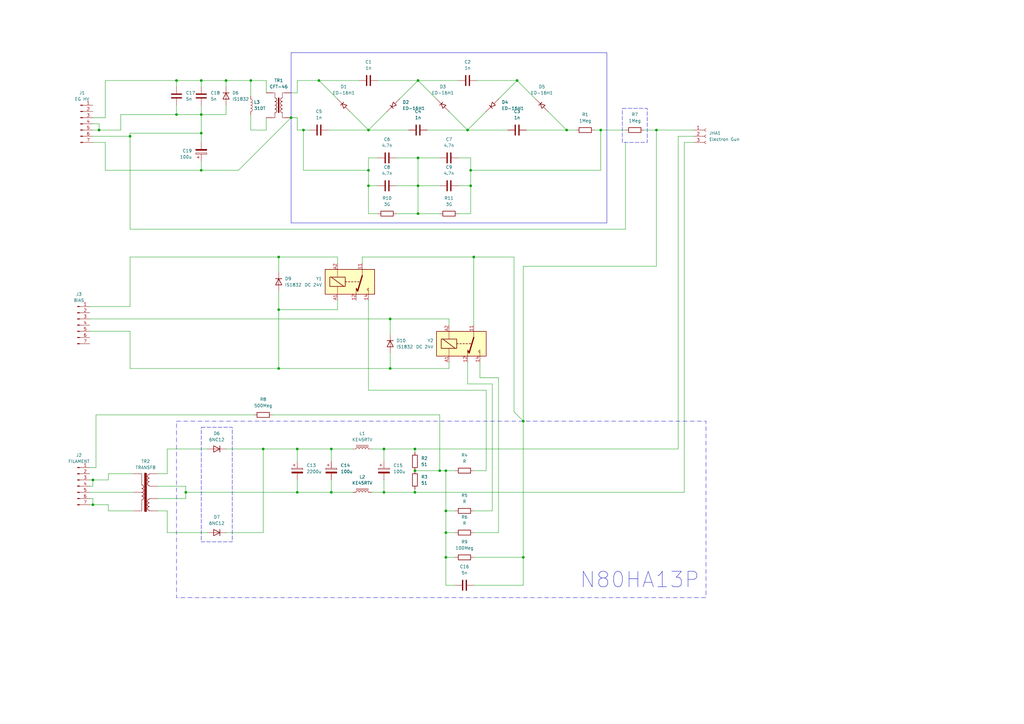
<source format=kicad_sch>
(kicad_sch (version 20250114) (generator "eeschema") (generator_version "9.0")
  (paper "A3")
  (title_block (title "N80HA13 Oil Filled High Voltage Unit") (date "2025-08-02") (rev "1"))
  (lib_symbols
    (symbol "Connector:Conn_01x03_Socket" (pin_names (offset 1.016) (hide yes))
      (property "Reference" "J" (at 0 5.08 0))
      (property "Value" "Conn_01x03_Socket" (at 0 -5.08 0))
      (symbol "Conn_01x03_Socket_1_1"
        (polyline (pts (xy -1.27 2.54) (xy -0.508 2.54)) (stroke (width 0.1524)))
        (polyline (pts (xy -1.27 0) (xy -0.508 0)) (stroke (width 0.1524)))
        (polyline (pts (xy -1.27 -2.54) (xy -0.508 -2.54)) (stroke (width 0.1524)))
        (arc (start 0 2.032) (mid -0.5058 2.54) (end 0 3.048) (stroke (width 0.1524)))
        (arc (start 0 -0.508) (mid -0.5058 0) (end 0 0.508) (stroke (width 0.1524)))
        (arc (start 0 -3.048) (mid -0.5058 -2.54) (end 0 -2.032) (stroke (width 0.1524)))
        (pin passive line (at -5.08 2.54 0) (length 3.81) (name "Pin_1") (number "1"))
        (pin passive line (at -5.08 0 0) (length 3.81) (name "Pin_2") (number "2"))
        (pin passive line (at -5.08 -2.54 0) (length 3.81) (name "Pin_3") (number "3"))
      )
    )
    (symbol "Connector:Conn_01x07_Pin" (pin_names (offset 1.016) (hide yes))
      (property "Reference" "J" (at 0 10.16 0))
      (property "Value" "Conn_01x07_Pin" (at 0 -10.16 0))
      (symbol "Conn_01x07_Pin_1_1"
        (rectangle (start 0.8636 7.747) (end 0 7.493) (stroke (width 0.1524)) (fill (type outline)))
        (rectangle (start 0.8636 5.207) (end 0 4.953) (stroke (width 0.1524)) (fill (type outline)))
        (rectangle (start 0.8636 2.667) (end 0 2.413) (stroke (width 0.1524)) (fill (type outline)))
        (rectangle (start 0.8636 0.127) (end 0 -0.127) (stroke (width 0.1524)) (fill (type outline)))
        (rectangle (start 0.8636 -2.413) (end 0 -2.667) (stroke (width 0.1524)) (fill (type outline)))
        (rectangle (start 0.8636 -4.953) (end 0 -5.207) (stroke (width 0.1524)) (fill (type outline)))
        (rectangle (start 0.8636 -7.493) (end 0 -7.747) (stroke (width 0.1524)) (fill (type outline)))
        (polyline (pts (xy 1.27 7.62) (xy 0.8636 7.62)) (stroke (width 0.1524)))
        (polyline (pts (xy 1.27 5.08) (xy 0.8636 5.08)) (stroke (width 0.1524)))
        (polyline (pts (xy 1.27 2.54) (xy 0.8636 2.54)) (stroke (width 0.1524)))
        (polyline (pts (xy 1.27 0) (xy 0.8636 0)) (stroke (width 0.1524)))
        (polyline (pts (xy 1.27 -2.54) (xy 0.8636 -2.54)) (stroke (width 0.1524)))
        (polyline (pts (xy 1.27 -5.08) (xy 0.8636 -5.08)) (stroke (width 0.1524)))
        (polyline (pts (xy 1.27 -7.62) (xy 0.8636 -7.62)) (stroke (width 0.1524)))
        (pin passive line (at 5.08 7.62 180) (length 3.81) (name "Pin_1") (number "1"))
        (pin passive line (at 5.08 5.08 180) (length 3.81) (name "Pin_2") (number "2"))
        (pin passive line (at 5.08 2.54 180) (length 3.81) (name "Pin_3") (number "3"))
        (pin passive line (at 5.08 0 180) (length 3.81) (name "Pin_4") (number "4"))
        (pin passive line (at 5.08 -2.54 180) (length 3.81) (name "Pin_5") (number "5"))
        (pin passive line (at 5.08 -5.08 180) (length 3.81) (name "Pin_6") (number "6"))
        (pin passive line (at 5.08 -7.62 180) (length 3.81) (name "Pin_7") (number "7"))
      )
    )
    (symbol "Device:C" (pin_numbers (hide yes)) (pin_names (offset 0.254))
      (property "Reference" "C" (at 0.635 2.54 0))
      (property "Value" "C" (at 0.635 -2.54 0))
      (symbol "C_0_1"
        (polyline (pts (xy -2.032 0.762) (xy 2.032 0.762)) (stroke (width 0.508)))
        (polyline (pts (xy -2.032 -0.762) (xy 2.032 -0.762)) (stroke (width 0.508)))
      )
      (symbol "C_1_1"
        (pin passive line (at 0 3.81 270) (length 2.794) (name "~") (number "1"))
        (pin passive line (at 0 -3.81 90) (length 2.794) (name "~") (number "2"))
      )
    )
    (symbol "Device:C_Polarized" (pin_numbers (hide yes)) (pin_names (offset 0.254))
      (property "Reference" "C" (at 0.635 2.54 0))
      (property "Value" "C_Polarized" (at 0.635 -2.54 0))
      (symbol "C_Polarized_0_1"
        (rectangle (start -2.286 0.508) (end 2.286 1.016))
        (polyline (pts (xy -1.778 2.286) (xy -0.762 2.286)))
        (polyline (pts (xy -1.27 2.794) (xy -1.27 1.778)))
        (rectangle (start 2.286 -0.508) (end -2.286 -1.016) (fill (type outline)))
      )
      (symbol "C_Polarized_1_1"
        (pin passive line (at 0 3.81 270) (length 2.794) (name "~") (number "1"))
        (pin passive line (at 0 -3.81 90) (length 2.794) (name "~") (number "2"))
      )
    )
    (symbol "Device:D" (pin_numbers (hide yes)) (pin_names (offset 1.016) (hide yes))
      (property "Reference" "D" (at 0 2.54 0))
      (property "Value" "D" (at 0 -2.54 0))
      (symbol "D_0_1"
        (polyline (pts (xy -1.27 1.27) (xy -1.27 -1.27)) (stroke (width 0.254)))
        (polyline (pts (xy 1.27 1.27) (xy 1.27 -1.27) (xy -1.27 0) (xy 1.27 1.27)) (stroke (width 0.254)))
        (polyline (pts (xy 1.27 0) (xy -1.27 0)))
      )
      (symbol "D_1_1"
        (pin passive line (at -3.81 0 0) (length 2.54) (name "K") (number "1"))
        (pin passive line (at 3.81 0 180) (length 2.54) (name "A") (number "2"))
      )
    )
    (symbol "Device:D_45deg" (pin_numbers (hide yes)) (pin_names (offset 0) (hide yes))
      (property "Reference" "D" (at 1.27 2.54 0))
      (property "Value" "D_45deg" (at 1.27 0 0))
      (symbol "D_45deg_0_1"
        (polyline (pts (xy -1.27 0) (xy 0 1.27) (xy 0.635 -0.635) (xy -1.27 0)) (stroke (width 0.254)))
        (polyline (pts (xy -0.635 0.635) (xy -2.54 2.54)))
        (polyline (pts (xy 0 -1.27) (xy 1.27 0)) (stroke (width 0.254)))
        (polyline (pts (xy 2.54 -2.54) (xy 0.635 -0.635)))
      )
      (symbol "D_45deg_1_1"
        (pin passive line (at -2.54 2.54 0) (length 0) (name "A") (number "2"))
        (pin passive line (at 2.54 -2.54 180) (length 0) (name "K") (number "1"))
      )
    )
    (symbol "Device:L" (pin_numbers (hide yes)) (pin_names (offset 1.016) (hide yes))
      (property "Reference" "L" (at -1.27 0 90))
      (property "Value" "L" (at 1.905 0 90))
      (symbol "L_0_1"
        (arc (start 0 2.54) (mid 0.6323 1.905) (end 0 1.27))
        (arc (start 0 1.27) (mid 0.6323 0.635) (end 0 0))
        (arc (start 0 0) (mid 0.6323 -0.635) (end 0 -1.27))
        (arc (start 0 -1.27) (mid 0.6323 -1.905) (end 0 -2.54))
      )
      (symbol "L_1_1"
        (pin passive line (at 0 3.81 270) (length 1.27) (name "1") (number "1"))
        (pin passive line (at 0 -3.81 90) (length 1.27) (name "2") (number "2"))
      )
    )
    (symbol "Device:L_Iron" (pin_numbers (hide yes)) (pin_names (offset 1.016) (hide yes))
      (property "Reference" "L" (at -1.27 0 90))
      (property "Value" "L_Iron" (at 2.794 0 90))
      (symbol "L_Iron_0_1"
        (arc (start 0 2.54) (mid 0.6323 1.905) (end 0 1.27))
        (arc (start 0 1.27) (mid 0.6323 0.635) (end 0 0))
        (arc (start 0 0) (mid 0.6323 -0.635) (end 0 -1.27))
        (arc (start 0 -1.27) (mid 0.6323 -1.905) (end 0 -2.54))
        (polyline (pts (xy 1.016 2.54) (xy 1.016 -2.54)))
        (polyline (pts (xy 1.524 -2.54) (xy 1.524 2.54)))
      )
      (symbol "L_Iron_1_1"
        (pin passive line (at 0 3.81 270) (length 1.27) (name "1") (number "1"))
        (pin passive line (at 0 -3.81 90) (length 1.27) (name "2") (number "2"))
      )
    )
    (symbol "Device:R" (pin_numbers (hide yes)) (pin_names (offset 0))
      (property "Reference" "R" (at 2.032 0 90))
      (property "Value" "R" (at 0 0 90))
      (symbol "R_0_1"
        (rectangle (start -1.016 -2.54) (end 1.016 2.54) (stroke (width 0.254)))
      )
      (symbol "R_1_1"
        (pin passive line (at 0 3.81 270) (length 1.27) (name "~") (number "1"))
        (pin passive line (at 0 -3.81 90) (length 1.27) (name "~") (number "2"))
      )
    )
    (symbol "Relay:Relay_SPDT"
      (property "Reference" "K" (at 11.43 3.81 0))
      (property "Value" "Relay_SPDT" (at 11.43 1.27 0))
      (symbol "Relay_SPDT_0_0"
        (polyline (pts (xy 7.62 5.08) (xy 7.62 2.54) (xy 6.985 3.175) (xy 7.62 3.81)))
      )
      (symbol "Relay_SPDT_0_1"
        (rectangle (start -10.16 5.08) (end 10.16 -5.08) (stroke (width 0.254)) (fill (type background)))
        (rectangle (start -8.255 1.905) (end -1.905 -1.905) (stroke (width 0.254)))
        (polyline (pts (xy -7.62 -1.905) (xy -2.54 1.905)) (stroke (width 0.254)))
        (polyline (pts (xy -5.08 5.08) (xy -5.08 1.905)))
        (polyline (pts (xy -5.08 -5.08) (xy -5.08 -1.905)))
        (polyline (pts (xy -1.905 0) (xy -1.27 0)) (stroke (width 0.254)))
        (polyline (pts (xy -0.635 0) (xy 0 0)) (stroke (width 0.254)))
        (polyline (pts (xy 0.635 0) (xy 1.27 0)) (stroke (width 0.254)))
        (polyline (pts (xy 1.905 0) (xy 2.54 0)) (stroke (width 0.254)))
        (polyline (pts (xy 2.54 5.08) (xy 2.54 2.54) (xy 3.175 3.175) (xy 2.54 3.81)) (fill (type outline)))
        (polyline (pts (xy 3.175 0) (xy 3.81 0)) (stroke (width 0.254)))
        (polyline (pts (xy 5.08 -2.54) (xy 3.175 3.81)) (stroke (width 0.508)))
        (polyline (pts (xy 5.08 -2.54) (xy 5.08 -5.08)))
      )
      (symbol "Relay_SPDT_1_1"
        (pin passive line (at -5.08 7.62 270) (length 2.54) (name "~") (number "A1"))
        (pin passive line (at -5.08 -7.62 90) (length 2.54) (name "~") (number "A2"))
        (pin passive line (at 2.54 7.62 270) (length 2.54) (name "~") (number "12"))
        (pin passive line (at 5.08 -7.62 90) (length 2.54) (name "~") (number "11"))
        (pin passive line (at 7.62 7.62 270) (length 2.54) (name "~") (number "14"))
      )
    )
    (symbol "Transformer:TRANSF1" (pin_numbers (hide yes)) (pin_names (offset 0))
      (property "Reference" "TR" (at 0 6.35 0))
      (property "Value" "TRANSF1" (at 0 -6.35 0))
      (symbol "TRANSF1_0_1"
        (polyline (pts (xy -2.54 5.08) (xy -1.524 5.08) (xy -1.524 3.048)) (stroke (width 0.1524)))
        (arc (start -1.524 3.048) (mid -0.7653 2.286) (end -1.524 1.524) (stroke (width 0.2032)))
        (arc (start -1.524 1.524) (mid -0.7653 0.762) (end -1.524 0) (stroke (width 0.2032)))
        (arc (start -1.524 0) (mid -0.7653 -0.762) (end -1.524 -1.524) (stroke (width 0.2032)))
        (arc (start -1.524 -1.524) (mid -0.7653 -2.286) (end -1.524 -3.048) (stroke (width 0.2032)))
        (polyline (pts (xy -1.524 -3.048) (xy -1.524 -5.08) (xy -2.54 -5.08)) (stroke (width 0.1524)))
        (rectangle (start -0.254 3.048) (end 0.254 -3.048) (stroke (width 0.0254)) (fill (type outline)))
        (polyline (pts (xy 1.524 3.048) (xy 1.524 5.08) (xy 2.54 5.08)) (stroke (width 0.1524)))
        (arc (start 1.524 1.524) (mid 0.7653 2.286) (end 1.524 3.048) (stroke (width 0.2032)))
        (arc (start 1.524 0) (mid 0.7653 0.762) (end 1.524 1.524) (stroke (width 0.2032)))
        (arc (start 1.524 -1.524) (mid 0.7653 -0.762) (end 1.524 0) (stroke (width 0.2032)))
        (arc (start 1.524 -3.048) (mid 0.7653 -2.286) (end 1.524 -1.524) (stroke (width 0.2032)))
        (polyline (pts (xy 2.54 -5.08) (xy 1.524 -5.08) (xy 1.524 -3.048)) (stroke (width 0.1524)))
      )
      (symbol "TRANSF1_1_1"
        (pin passive line (at -5.08 5.08 0) (length 2.54) (name "~") (number "1"))
        (pin passive line (at -5.08 -5.08 0) (length 2.54) (name "~") (number "2"))
        (pin passive line (at 5.08 5.08 180) (length 2.54) (name "~") (number "4"))
        (pin passive line (at 5.08 -5.08 180) (length 2.54) (name "~") (number "3"))
      )
    )
    (symbol "Transformer:TRANSF8" (pin_numbers (hide yes)) (pin_names (offset 0))
      (property "Reference" "TR" (at 0 8.89 0))
      (property "Value" "TRANSF8" (at 0 -8.89 0))
      (symbol "TRANSF8_0_1"
        (polyline (pts (xy -2.54 7.62) (xy -1.524 7.62) (xy -1.524 3.048)))
        (polyline (pts (xy -2.54 -7.62) (xy -1.524 -7.62) (xy -1.524 -3.048)))
        (arc (start -1.524 3.048) (mid -0.7653 2.286) (end -1.524 1.524) (stroke (width 0.2032)))
        (arc (start -1.524 1.524) (mid -0.7653 0.762) (end -1.524 0) (stroke (width 0.2032)))
        (arc (start -1.524 0) (mid -0.7653 -0.762) (end -1.524 -1.524) (stroke (width 0.2032)))
        (arc (start -1.524 -1.524) (mid -0.7653 -2.286) (end -1.524 -3.048) (stroke (width 0.2032)))
        (polyline (pts (xy -1.524 0) (xy -2.54 0)) (fill (type outline)))
        (rectangle (start -0.254 7.747) (end 0.254 -7.747) (stroke (width 0.508)) (fill (type outline)))
        (polyline (pts (xy 1.524 7.62) (xy 1.524 7.366)) (fill (type outline)))
        (polyline (pts (xy 1.524 7.62) (xy 2.54 7.62)))
        (polyline (pts (xy 1.524 2.54) (xy 1.524 2.794)) (fill (type outline)))
        (polyline (pts (xy 1.524 2.54) (xy 2.54 2.54)))
        (polyline (pts (xy 1.524 -2.54) (xy 1.524 -2.794)) (fill (type outline)))
        (polyline (pts (xy 1.524 -2.54) (xy 2.54 -2.54)))
        (polyline (pts (xy 1.524 -7.366) (xy 1.524 -7.62)) (fill (type outline)))
        (arc (start 1.524 5.842) (mid 0.7653 6.604) (end 1.524 7.366) (stroke (width 0.2032)))
        (arc (start 1.524 4.318) (mid 0.7653 5.08) (end 1.524 5.842) (stroke (width 0.2032)))
        (arc (start 1.524 2.794) (mid 0.7653 3.556) (end 1.524 4.318) (stroke (width 0.2032)))
        (arc (start 1.524 -4.318) (mid 0.7653 -3.556) (end 1.524 -2.794) (stroke (width 0.2032)))
        (arc (start 1.524 -5.842) (mid 0.7653 -5.08) (end 1.524 -4.318) (stroke (width 0.2032)))
        (arc (start 1.524 -7.366) (mid 0.7653 -6.604) (end 1.524 -5.842) (stroke (width 0.2032)))
        (polyline (pts (xy 2.54 -7.62) (xy 1.524 -7.62)))
      )
      (symbol "TRANSF8_1_1"
        (pin passive line (at -5.08 7.62 0) (length 2.54) (name "~") (number "1"))
        (pin passive line (at -5.08 0 0) (length 2.54) (name "~") (number "2"))
        (pin passive line (at -5.08 -7.62 0) (length 2.54) (name "~") (number "3"))
        (pin passive line (at 5.08 7.62 180) (length 2.54) (name "~") (number "4"))
        (pin passive line (at 5.08 2.54 180) (length 2.54) (name "~") (number "5"))
        (pin passive line (at 5.08 -2.54 180) (length 2.54) (name "~") (number "6"))
        (pin passive line (at 5.08 -7.62 180) (length 2.54) (name "~") (number "7"))
      )
    )
  )
  (rectangle (start 82.55 175.26) (end 95.25 222.25) (stroke (width 0) (type dash)))
  (rectangle (start 119.38 21.59) (end 248.92 91.44))
  (rectangle (start 72.39 172.72) (end 289.56 245.11) (stroke (width 0) (type dash_dot)))
  (rectangle (start 255.27 44.45) (end 265.43 58.42) (stroke (width 0) (type dash)))
  (text "N80HA13P" (at 262.382 237.998 0) (effects (font (size 6.35 6.35))))
  (junction (at 157.48 184.15))
  (junction (at 72.39 46.99))
  (junction (at 232.41 53.34))
  (junction (at 82.55 33.02))
  (junction (at 214.63 172.72))
  (junction (at 180.34 193.04))
  (junction (at 182.88 209.55))
  (junction (at 193.04 76.2))
  (junction (at 269.24 53.34))
  (junction (at 193.04 69.85))
  (junction (at 182.88 228.6))
  (junction (at 191.77 53.34))
  (junction (at 151.13 69.85))
  (junction (at 121.92 201.93))
  (junction (at 53.34 55.88))
  (junction (at 124.46 53.34))
  (junction (at 182.88 218.44))
  (junction (at 135.89 184.15))
  (junction (at 76.2 201.93))
  (junction (at 246.38 53.34))
  (junction (at 160.02 130.81))
  (junction (at 72.39 33.02))
  (junction (at 135.89 201.93))
  (junction (at 38.1 196.85))
  (junction (at 102.87 33.02))
  (junction (at 114.3 127))
  (junction (at 151.13 76.2))
  (junction (at 170.18 193.04))
  (junction (at 171.45 64.77))
  (junction (at 92.71 33.02))
  (junction (at 121.92 184.15))
  (junction (at 214.63 228.6))
  (junction (at 171.45 87.63))
  (junction (at 38.1 207.01))
  (junction (at 194.31 105.41))
  (junction (at 82.55 46.99))
  (junction (at 82.55 69.85))
  (junction (at 107.95 184.15))
  (junction (at 157.48 201.93))
  (junction (at 82.55 54.61))
  (junction (at 170.18 184.15))
  (junction (at 119.38 48.26))
  (junction (at 114.3 151.13))
  (junction (at 40.64 53.34))
  (junction (at 212.09 33.02))
  (junction (at 182.88 193.04))
  (junction (at 171.45 33.02))
  (junction (at 171.45 76.2))
  (junction (at 170.18 201.93))
  (junction (at 151.13 53.34))
  (junction (at 130.81 33.02))
  (junction (at 160.02 151.13))
  (junction (at 114.3 105.41))
  (wire (pts (xy 43.18 58.42) (xy 43.18 69.85)))
  (wire (pts (xy 194.31 105.41) (xy 210.82 105.41)))
  (wire (pts (xy 264.16 53.34) (xy 269.24 53.34)))
  (wire (pts (xy 76.2 201.93) (xy 76.2 204.47)))
  (wire (pts (xy 44.45 196.85) (xy 44.45 194.31)))
  (wire (pts (xy 152.4 184.15) (xy 157.48 184.15)))
  (wire (pts (xy 184.15 130.81) (xy 184.15 133.35)))
  (wire (pts (xy 157.48 201.93) (xy 170.18 201.93)))
  (wire (pts (xy 151.13 64.77) (xy 154.94 64.77)))
  (wire (pts (xy 102.87 46.99) (xy 102.87 53.34)))
  (wire (pts (xy 195.58 33.02) (xy 212.09 33.02)))
  (wire (pts (xy 162.56 64.77) (xy 171.45 64.77)))
  (wire (pts (xy 191.77 53.34) (xy 208.28 53.34)))
  (wire (pts (xy 201.93 209.55) (xy 194.31 209.55)))
  (wire (pts (xy 204.47 154.94) (xy 204.47 218.44)))
  (wire (pts (xy 111.76 170.18) (xy 180.34 170.18)))
  (wire (pts (xy 43.18 48.26) (xy 43.18 33.02)))
  (wire (pts (xy 175.26 53.34) (xy 191.77 53.34)))
  (wire (pts (xy 204.47 40.64) (xy 212.09 33.02)))
  (wire (pts (xy 278.13 184.15) (xy 278.13 55.88)))
  (wire (pts (xy 49.53 53.34) (xy 49.53 46.99)))
  (wire (pts (xy 38.1 204.47) (xy 38.1 207.01)))
  (wire (pts (xy 135.89 184.15) (xy 135.89 189.23)))
  (wire (pts (xy 82.55 46.99) (xy 82.55 54.61)))
  (wire (pts (xy 152.4 201.93) (xy 157.48 201.93)))
  (wire (pts (xy 196.85 148.59) (xy 196.85 154.94)))
  (wire (pts (xy 186.69 240.03) (xy 182.88 240.03)))
  (wire (pts (xy 215.9 53.34) (xy 232.41 53.34)))
  (wire (pts (xy 44.45 209.55) (xy 54.61 209.55)))
  (wire (pts (xy 151.13 76.2) (xy 151.13 87.63)))
  (wire (pts (xy 40.64 53.34) (xy 49.53 53.34)))
  (wire (pts (xy 143.51 45.72) (xy 151.13 53.34)))
  (wire (pts (xy 182.88 228.6) (xy 182.88 218.44)))
  (wire (pts (xy 256.54 58.42) (xy 256.54 93.98)))
  (wire (pts (xy 171.45 76.2) (xy 171.45 87.63)))
  (wire (pts (xy 72.39 35.56) (xy 72.39 33.02)))
  (wire (pts (xy 102.87 33.02) (xy 109.22 33.02)))
  (wire (pts (xy 43.18 33.02) (xy 72.39 33.02)))
  (wire (pts (xy 92.71 43.18) (xy 92.71 46.99)))
  (wire (pts (xy 53.34 125.73) (xy 53.34 105.41)))
  (wire (pts (xy 53.34 135.89) (xy 36.83 135.89)))
  (wire (pts (xy 124.46 53.34) (xy 124.46 69.85)))
  (wire (pts (xy 53.34 54.61) (xy 53.34 55.88)))
  (wire (pts (xy 36.83 201.93) (xy 54.61 201.93)))
  (wire (pts (xy 36.83 130.81) (xy 160.02 130.81)))
  (wire (pts (xy 246.38 53.34) (xy 246.38 69.85)))
  (wire (pts (xy 121.92 201.93) (xy 135.89 201.93)))
  (wire (pts (xy 114.3 105.41) (xy 138.43 105.41)))
  (wire (pts (xy 38.1 55.88) (xy 53.34 55.88)))
  (wire (pts (xy 199.39 45.72) (xy 191.77 53.34)))
  (wire (pts (xy 82.55 43.18) (xy 82.55 46.99)))
  (wire (pts (xy 38.1 58.42) (xy 43.18 58.42)))
  (wire (pts (xy 246.38 53.34) (xy 256.54 53.34)))
  (wire (pts (xy 124.46 69.85) (xy 151.13 69.85)))
  (wire (pts (xy 121.92 196.85) (xy 121.92 201.93)))
  (wire (pts (xy 191.77 157.48) (xy 201.93 157.48)))
  (wire (pts (xy 68.58 194.31) (xy 68.58 184.15)))
  (wire (pts (xy 102.87 33.02) (xy 102.87 39.37)))
  (wire (pts (xy 160.02 151.13) (xy 114.3 151.13)))
  (wire (pts (xy 82.55 69.85) (xy 97.79 69.85)))
  (wire (pts (xy 194.31 240.03) (xy 214.63 240.03)))
  (wire (pts (xy 280.67 201.93) (xy 280.67 58.42)))
  (wire (pts (xy 194.31 228.6) (xy 214.63 228.6)))
  (wire (pts (xy 138.43 105.41) (xy 138.43 107.95)))
  (wire (pts (xy 135.89 196.85) (xy 135.89 201.93)))
  (wire (pts (xy 182.88 209.55) (xy 182.88 218.44)))
  (wire (pts (xy 151.13 69.85) (xy 151.13 76.2)))
  (wire (pts (xy 119.38 48.26) (xy 121.92 48.26)))
  (wire (pts (xy 53.34 105.41) (xy 114.3 105.41)))
  (wire (pts (xy 72.39 33.02) (xy 82.55 33.02)))
  (wire (pts (xy 68.58 218.44) (xy 85.09 218.44)))
  (wire (pts (xy 187.96 64.77) (xy 193.04 64.77)))
  (wire (pts (xy 193.04 64.77) (xy 193.04 69.85)))
  (wire (pts (xy 193.04 76.2) (xy 193.04 87.63)))
  (wire (pts (xy 38.1 196.85) (xy 44.45 196.85)))
  (wire (pts (xy 194.31 105.41) (xy 194.31 133.35)))
  (wire (pts (xy 186.69 209.55) (xy 182.88 209.55)))
  (wire (pts (xy 170.18 201.93) (xy 280.67 201.93)))
  (wire (pts (xy 49.53 46.99) (xy 72.39 46.99)))
  (wire (pts (xy 138.43 123.19) (xy 138.43 127)))
  (wire (pts (xy 170.18 193.04) (xy 180.34 193.04)))
  (wire (pts (xy 157.48 184.15) (xy 170.18 184.15)))
  (wire (pts (xy 214.63 240.03) (xy 214.63 228.6)))
  (wire (pts (xy 36.83 199.39) (xy 38.1 199.39)))
  (wire (pts (xy 170.18 200.66) (xy 170.18 201.93)))
  (wire (pts (xy 187.96 76.2) (xy 193.04 76.2)))
  (wire (pts (xy 92.71 35.56) (xy 92.71 33.02)))
  (wire (pts (xy 97.79 69.85) (xy 119.38 48.26)))
  (wire (pts (xy 214.63 172.72) (xy 214.63 109.22)))
  (wire (pts (xy 210.82 105.41) (xy 210.82 168.91)))
  (wire (pts (xy 82.55 35.56) (xy 82.55 33.02)))
  (wire (pts (xy 193.04 69.85) (xy 193.04 76.2)))
  (wire (pts (xy 201.93 157.48) (xy 201.93 209.55)))
  (wire (pts (xy 214.63 109.22) (xy 269.24 109.22)))
  (wire (pts (xy 134.62 53.34) (xy 151.13 53.34)))
  (wire (pts (xy 102.87 53.34) (xy 109.22 53.34)))
  (wire (pts (xy 280.67 58.42) (xy 284.48 58.42)))
  (wire (pts (xy 187.96 87.63) (xy 193.04 87.63)))
  (wire (pts (xy 160.02 130.81) (xy 160.02 137.16)))
  (wire (pts (xy 138.43 40.64) (xy 130.81 33.02)))
  (wire (pts (xy 204.47 218.44) (xy 194.31 218.44)))
  (wire (pts (xy 148.59 107.95) (xy 148.59 105.41)))
  (wire (pts (xy 184.15 151.13) (xy 160.02 151.13)))
  (wire (pts (xy 162.56 76.2) (xy 171.45 76.2)))
  (wire (pts (xy 109.22 53.34) (xy 109.22 48.26)))
  (wire (pts (xy 182.88 193.04) (xy 182.88 209.55)))
  (wire (pts (xy 170.18 184.15) (xy 278.13 184.15)))
  (wire (pts (xy 44.45 194.31) (xy 54.61 194.31)))
  (wire (pts (xy 135.89 184.15) (xy 144.78 184.15)))
  (wire (pts (xy 114.3 127) (xy 114.3 151.13)))
  (wire (pts (xy 107.95 218.44) (xy 107.95 184.15)))
  (wire (pts (xy 162.56 87.63) (xy 171.45 87.63)))
  (wire (pts (xy 232.41 53.34) (xy 236.22 53.34)))
  (wire (pts (xy 43.18 69.85) (xy 82.55 69.85)))
  (wire (pts (xy 224.79 45.72) (xy 232.41 53.34)))
  (wire (pts (xy 82.55 33.02) (xy 92.71 33.02)))
  (wire (pts (xy 39.37 191.77) (xy 36.83 191.77)))
  (wire (pts (xy 194.31 193.04) (xy 199.39 193.04)))
  (wire (pts (xy 214.63 228.6) (xy 214.63 172.72)))
  (wire (pts (xy 64.77 204.47) (xy 76.2 204.47)))
  (wire (pts (xy 186.69 218.44) (xy 182.88 218.44)))
  (wire (pts (xy 53.34 55.88) (xy 53.34 93.98)))
  (wire (pts (xy 119.38 38.1) (xy 121.92 38.1)))
  (wire (pts (xy 180.34 193.04) (xy 182.88 193.04)))
  (wire (pts (xy 121.92 38.1) (xy 121.92 33.02)))
  (wire (pts (xy 53.34 93.98) (xy 256.54 93.98)))
  (wire (pts (xy 64.77 194.31) (xy 68.58 194.31)))
  (wire (pts (xy 53.34 54.61) (xy 82.55 54.61)))
  (wire (pts (xy 196.85 154.94) (xy 204.47 154.94)))
  (wire (pts (xy 114.3 127) (xy 138.43 127)))
  (wire (pts (xy 148.59 105.41) (xy 194.31 105.41)))
  (wire (pts (xy 124.46 53.34) (xy 127 53.34)))
  (wire (pts (xy 76.2 201.93) (xy 121.92 201.93)))
  (wire (pts (xy 39.37 170.18) (xy 39.37 191.77)))
  (wire (pts (xy 36.83 204.47) (xy 38.1 204.47)))
  (wire (pts (xy 160.02 144.78) (xy 160.02 151.13)))
  (wire (pts (xy 193.04 69.85) (xy 246.38 69.85)))
  (wire (pts (xy 92.71 184.15) (xy 107.95 184.15)))
  (wire (pts (xy 157.48 184.15) (xy 157.48 189.23)))
  (wire (pts (xy 72.39 43.18) (xy 72.39 46.99)))
  (wire (pts (xy 82.55 54.61) (xy 82.55 58.42)))
  (wire (pts (xy 38.1 53.34) (xy 40.64 53.34)))
  (wire (pts (xy 191.77 148.59) (xy 191.77 157.48)))
  (wire (pts (xy 210.82 168.91) (xy 214.63 172.72)))
  (wire (pts (xy 135.89 201.93) (xy 144.78 201.93)))
  (wire (pts (xy 171.45 33.02) (xy 187.96 33.02)))
  (wire (pts (xy 36.83 125.73) (xy 53.34 125.73)))
  (wire (pts (xy 243.84 53.34) (xy 246.38 53.34)))
  (wire (pts (xy 53.34 151.13) (xy 53.34 135.89)))
  (wire (pts (xy 39.37 170.18) (xy 104.14 170.18)))
  (wire (pts (xy 154.94 33.02) (xy 171.45 33.02)))
  (wire (pts (xy 38.1 199.39) (xy 38.1 196.85)))
  (wire (pts (xy 199.39 193.04) (xy 199.39 160.02)))
  (wire (pts (xy 38.1 207.01) (xy 44.45 207.01)))
  (wire (pts (xy 182.88 193.04) (xy 186.69 193.04)))
  (wire (pts (xy 109.22 33.02) (xy 109.22 38.1)))
  (wire (pts (xy 121.92 48.26) (xy 121.92 53.34)))
  (wire (pts (xy 130.81 33.02) (xy 147.32 33.02)))
  (wire (pts (xy 171.45 76.2) (xy 180.34 76.2)))
  (wire (pts (xy 184.15 130.81) (xy 160.02 130.81)))
  (wire (pts (xy 82.55 69.85) (xy 82.55 66.04)))
  (wire (pts (xy 92.71 218.44) (xy 107.95 218.44)))
  (wire (pts (xy 199.39 160.02) (xy 151.13 160.02)))
  (wire (pts (xy 82.55 46.99) (xy 92.71 46.99)))
  (wire (pts (xy 36.83 207.01) (xy 38.1 207.01)))
  (wire (pts (xy 171.45 64.77) (xy 171.45 76.2)))
  (wire (pts (xy 151.13 87.63) (xy 154.94 87.63)))
  (wire (pts (xy 163.83 40.64) (xy 171.45 33.02)))
  (wire (pts (xy 40.64 50.8) (xy 40.64 53.34)))
  (wire (pts (xy 151.13 53.34) (xy 167.64 53.34)))
  (wire (pts (xy 157.48 196.85) (xy 157.48 201.93)))
  (wire (pts (xy 107.95 184.15) (xy 121.92 184.15)))
  (wire (pts (xy 180.34 170.18) (xy 180.34 193.04)))
  (wire (pts (xy 179.07 40.64) (xy 171.45 33.02)))
  (wire (pts (xy 68.58 209.55) (xy 68.58 218.44)))
  (wire (pts (xy 64.77 199.39) (xy 76.2 199.39)))
  (wire (pts (xy 269.24 109.22) (xy 269.24 53.34)))
  (wire (pts (xy 278.13 55.88) (xy 284.48 55.88)))
  (wire (pts (xy 121.92 184.15) (xy 121.92 189.23)))
  (wire (pts (xy 121.92 53.34) (xy 124.46 53.34)))
  (wire (pts (xy 170.18 185.42) (xy 170.18 184.15)))
  (wire (pts (xy 158.75 45.72) (xy 151.13 53.34)))
  (wire (pts (xy 114.3 119.38) (xy 114.3 127)))
  (wire (pts (xy 92.71 33.02) (xy 102.87 33.02)))
  (wire (pts (xy 64.77 209.55) (xy 68.58 209.55)))
  (wire (pts (xy 76.2 199.39) (xy 76.2 201.93)))
  (wire (pts (xy 121.92 184.15) (xy 135.89 184.15)))
  (wire (pts (xy 38.1 50.8) (xy 40.64 50.8)))
  (wire (pts (xy 269.24 53.34) (xy 284.48 53.34)))
  (wire (pts (xy 38.1 48.26) (xy 43.18 48.26)))
  (wire (pts (xy 151.13 64.77) (xy 151.13 69.85)))
  (wire (pts (xy 186.69 228.6) (xy 182.88 228.6)))
  (wire (pts (xy 114.3 105.41) (xy 114.3 111.76)))
  (wire (pts (xy 184.15 148.59) (xy 184.15 151.13)))
  (wire (pts (xy 82.55 46.99) (xy 72.39 46.99)))
  (wire (pts (xy 36.83 196.85) (xy 38.1 196.85)))
  (wire (pts (xy 184.15 45.72) (xy 191.77 53.34)))
  (wire (pts (xy 171.45 64.77) (xy 180.34 64.77)))
  (wire (pts (xy 151.13 76.2) (xy 154.94 76.2)))
  (wire (pts (xy 121.92 33.02) (xy 130.81 33.02)))
  (wire (pts (xy 68.58 184.15) (xy 85.09 184.15)))
  (wire (pts (xy 44.45 207.01) (xy 44.45 209.55)))
  (wire (pts (xy 114.3 151.13) (xy 53.34 151.13)))
  (wire (pts (xy 151.13 160.02) (xy 151.13 123.19)))
  (wire (pts (xy 219.71 40.64) (xy 212.09 33.02)))
  (wire (pts (xy 182.88 240.03) (xy 182.88 228.6)))
  (wire (pts (xy 171.45 87.63) (xy 180.34 87.63)))
  (symbol (lib_id "Device:D") (at 88.9 218.44 0) (mirror y) (unit 1)
    (property "Reference" "D7" (at 88.9 212.09 0))
    (property "Value" "6NC12" (at 88.9 214.63 0))
    (property "Description" "Diode" (effects (hide yes)))
    (property "Sim.Device" "D" (effects (hide yes)))
    (property "Sim.Pins" "1=K 2=A" (effects (hide yes)))
  )
  (symbol (lib_id "Device:D") (at 114.3 115.57 270) (unit 1)
    (property "Reference" "D9" (at 116.84 114.2999 90) (effects (justify left)))
    (property "Value" "IS1832" (at 116.84 116.8399 90) (effects (justify left)))
    (property "Description" "Diode" (effects (hide yes)))
    (property "Sim.Device" "D" (effects (hide yes)))
    (property "Sim.Pins" "1=K 2=A" (effects (hide yes)))
  )
  (symbol (lib_id "Device:C") (at 130.81 53.34 90) (unit 1)
    (property "Reference" "C5" (at 130.81 45.72 90))
    (property "Value" "1n" (at 130.81 48.26 90))
    (property "Description" "Unpolarized capacitor" (effects (hide yes)))
  )
  (symbol (lib_id "Device:C") (at 191.77 33.02 90) (unit 1)
    (property "Reference" "C2" (at 191.77 25.4 90))
    (property "Value" "1n" (at 191.77 27.94 90))
    (property "Description" "Unpolarized capacitor" (effects (hide yes)))
  )
  (symbol (lib_id "Device:C_Polarized") (at 82.55 62.23 0) (mirror x) (unit 1)
    (property "Reference" "C19" (at 78.74 61.8489 0) (effects (justify right)))
    (property "Value" "100u" (at 78.74 64.3889 0) (effects (justify right)))
    (property "Description" "Polarized capacitor" (effects (hide yes)))
  )
  (symbol (lib_id "Connector:Conn_01x07_Pin") (at 31.75 133.35 0) (unit 1)
    (property "Reference" "J3" (at 32.385 120.65 0))
    (property "Value" "BIAS" (at 32.385 123.19 0))
    (property "Description" "Generic connector, single row, 01x07, script generated" (effects (hide yes)))
  )
  (symbol (lib_id "Device:C_Polarized") (at 135.89 193.04 0) (unit 1)
    (property "Reference" "C14" (at 139.7 190.8809 0) (effects (justify left)))
    (property "Value" "100u" (at 139.7 193.4209 0) (effects (justify left)))
    (property "Description" "Polarized capacitor" (effects (hide yes)))
  )
  (symbol (lib_id "Device:C_Polarized") (at 121.92 193.04 0) (unit 1)
    (property "Reference" "C13" (at 125.73 190.8809 0) (effects (justify left)))
    (property "Value" "2200u" (at 125.73 193.4209 0) (effects (justify left)))
    (property "Description" "Polarized capacitor" (effects (hide yes)))
  )
  (symbol (lib_id "Device:D_45deg") (at 222.25 43.18 180) (unit 1)
    (property "Reference" "D5" (at 222.25 35.56 0))
    (property "Value" "ED-16H1" (at 222.25 38.1 0))
    (property "Description" "Diode, rotated by 45°" (effects (hide yes)))
    (property "Sim.Device" "D" (effects (hide yes)))
    (property "Sim.Pins" "1=K 2=A" (effects (hide yes)))
  )
  (symbol (lib_id "Connector:Conn_01x07_Pin") (at 31.75 199.39 0) (unit 1)
    (property "Reference" "J2" (at 32.385 186.69 0))
    (property "Value" "FILAMENT" (at 32.385 189.23 0))
    (property "Description" "Generic connector, single row, 01x07, script generated" (effects (hide yes)))
  )
  (symbol (lib_id "Relay:Relay_SPDT") (at 189.23 140.97 0) (mirror x) (unit 1)
    (property "Reference" "Y2" (at 177.8 139.6999 0) (effects (justify right)))
    (property "Value" "DC 24V" (at 177.8 142.2399 0) (effects (justify right)))
    (property "Description" "Relay SPDT, monostable, EN50005" (effects (hide yes)))
  )
  (symbol (lib_id "Device:C") (at 184.15 64.77 90) (unit 1)
    (property "Reference" "C7" (at 184.15 57.15 90))
    (property "Value" "4.7n" (at 184.15 59.69 90))
    (property "Description" "Unpolarized capacitor" (effects (hide yes)))
  )
  (symbol (lib_id "Device:R") (at 190.5 218.44 90) (unit 1)
    (property "Reference" "R6" (at 190.5 212.09 90))
    (property "Value" "R" (at 190.5 214.63 90))
    (property "Description" "Resistor" (effects (hide yes)))
  )
  (symbol (lib_id "Device:D_45deg") (at 201.93 43.18 270) (unit 1)
    (property "Reference" "D4" (at 205.74 41.9099 90) (effects (justify left)))
    (property "Value" "ED-16H1" (at 205.74 44.4499 90) (effects (justify left)))
    (property "Description" "Diode, rotated by 45°" (effects (hide yes)))
    (property "Sim.Device" "D" (effects (hide yes)))
    (property "Sim.Pins" "1=K 2=A" (effects (hide yes)))
  )
  (symbol (lib_id "Device:D") (at 92.71 39.37 270) (unit 1)
    (property "Reference" "D6" (at 95.25 38.0999 90) (effects (justify left)))
    (property "Value" "IS1832" (at 95.25 40.6399 90) (effects (justify left)))
    (property "Description" "Diode" (effects (hide yes)))
    (property "Sim.Device" "D" (effects (hide yes)))
    (property "Sim.Pins" "1=K 2=A" (effects (hide yes)))
  )
  (symbol (lib_id "Device:R") (at 190.5 193.04 90) (unit 1)
    (property "Reference" "R4" (at 190.5 186.69 90))
    (property "Value" "R" (at 190.5 189.23 90))
    (property "Description" "Resistor" (effects (hide yes)))
  )
  (symbol (lib_id "Device:D_45deg") (at 181.61 43.18 180) (unit 1)
    (property "Reference" "D3" (at 181.61 35.56 0))
    (property "Value" "ED-16H1" (at 181.61 38.1 0))
    (property "Description" "Diode, rotated by 45°" (effects (hide yes)))
    (property "Sim.Device" "D" (effects (hide yes)))
    (property "Sim.Pins" "1=K 2=A" (effects (hide yes)))
  )
  (symbol (lib_id "Device:C") (at 158.75 76.2 90) (unit 1)
    (property "Reference" "C8" (at 158.75 68.58 90))
    (property "Value" "4.7n" (at 158.75 71.12 90))
    (property "Description" "Unpolarized capacitor" (effects (hide yes)))
  )
  (symbol (lib_id "Device:C") (at 72.39 39.37 0) (unit 1)
    (property "Reference" "C17" (at 76.2 38.0999 0) (effects (justify left)))
    (property "Value" "5n" (at 76.2 40.6399 0) (effects (justify left)))
    (property "Description" "Unpolarized capacitor" (effects (hide yes)))
  )
  (symbol (lib_id "Device:C") (at 151.13 33.02 90) (unit 1)
    (property "Reference" "C1" (at 151.13 25.4 90))
    (property "Value" "1n" (at 151.13 27.94 90))
    (property "Description" "Unpolarized capacitor" (effects (hide yes)))
  )
  (symbol (lib_id "Device:C") (at 184.15 76.2 90) (unit 1)
    (property "Reference" "C9" (at 184.15 68.58 90))
    (property "Value" "4.7n" (at 184.15 71.12 90))
    (property "Description" "Unpolarized capacitor" (effects (hide yes)))
  )
  (symbol (lib_id "Transformer:TRANSF8") (at 59.69 201.93 0) (unit 1)
    (property "Reference" "TR2" (at 59.69 189.23 0))
    (property "Value" "TRANSF8" (at 59.69 191.77 0))
  )
  (symbol (lib_id "Device:C") (at 171.45 53.34 90) (unit 1)
    (property "Reference" "C4" (at 171.45 45.72 90))
    (property "Value" "1n" (at 171.45 48.26 90))
    (property "Description" "Unpolarized capacitor" (effects (hide yes)))
  )
  (symbol (lib_id "Device:R") (at 170.18 196.85 0) (unit 1)
    (property "Reference" "R3" (at 172.72 195.5799 0) (effects (justify left)))
    (property "Value" "51" (at 172.72 198.1199 0) (effects (justify left)))
    (property "Description" "Resistor" (effects (hide yes)))
  )
  (symbol (lib_id "Connector:Conn_01x07_Pin") (at 33.02 50.8 0) (unit 1)
    (property "Reference" "J1" (at 33.655 38.1 0))
    (property "Value" "EG HV" (at 33.655 40.64 0))
    (property "Description" "Generic connector, single row, 01x07, script generated" (effects (hide yes)))
  )
  (symbol (lib_id "Connector:Conn_01x03_Socket") (at 289.56 55.88 0) (unit 1)
    (property "Reference" "JHA1" (at 290.83 54.6099 0) (effects (justify left)))
    (property "Value" "Electron Gun" (at 290.83 57.1499 0) (effects (justify left)))
    (property "Description" "Generic connector, single row, 01x03, script generated" (effects (hide yes)))
  )
  (symbol (lib_id "Relay:Relay_SPDT") (at 143.51 115.57 0) (mirror x) (unit 1)
    (property "Reference" "Y1" (at 132.08 114.2999 0) (effects (justify right)))
    (property "Value" "DC 24V" (at 132.08 116.8399 0) (effects (justify right)))
    (property "Description" "Relay SPDT, monostable, EN50005" (effects (hide yes)))
  )
  (symbol (lib_id "Transformer:TRANSF1") (at 114.3 43.18 0) (unit 1)
    (property "Reference" "TR1" (at 114.3 33.02 0))
    (property "Value" "CFT-46" (at 114.3 35.56 0))
  )
  (symbol (lib_id "Device:R") (at 170.18 189.23 0) (unit 1)
    (property "Reference" "R2" (at 172.72 187.9599 0) (effects (justify left)))
    (property "Value" "51" (at 172.72 190.4999 0) (effects (justify left)))
    (property "Description" "Resistor" (effects (hide yes)))
  )
  (symbol (lib_id "Device:C_Polarized") (at 157.48 193.04 0) (unit 1)
    (property "Reference" "C15" (at 161.29 190.8809 0) (effects (justify left)))
    (property "Value" "100u" (at 161.29 193.4209 0) (effects (justify left)))
    (property "Description" "Polarized capacitor" (effects (hide yes)))
  )
  (symbol (lib_id "Device:D") (at 88.9 184.15 0) (mirror y) (unit 1)
    (property "Reference" "D6" (at 88.9 177.8 0))
    (property "Value" "6NC12" (at 88.9 180.34 0))
    (property "Description" "Diode" (effects (hide yes)))
    (property "Sim.Device" "D" (effects (hide yes)))
    (property "Sim.Pins" "1=K 2=A" (effects (hide yes)))
  )
  (symbol (lib_id "Device:R") (at 190.5 228.6 90) (unit 1)
    (property "Reference" "R9" (at 190.5 222.25 90))
    (property "Value" "100Meg" (at 190.5 224.79 90))
    (property "Description" "Resistor" (effects (hide yes)))
  )
  (symbol (lib_id "Device:R") (at 158.75 87.63 90) (unit 1)
    (property "Reference" "R10" (at 158.75 81.28 90))
    (property "Value" "3G" (at 158.75 83.82 90))
    (property "Description" "Resistor" (effects (hide yes)))
  )
  (symbol (lib_id "Device:R") (at 260.35 53.34 90) (unit 1)
    (property "Reference" "R7" (at 260.35 46.99 90))
    (property "Value" "1Meg" (at 260.35 49.53 90))
    (property "Description" "Resistor" (effects (hide yes)))
  )
  (symbol (lib_id "Device:R") (at 107.95 170.18 90) (unit 1)
    (property "Reference" "R8" (at 107.95 163.83 90))
    (property "Value" "500Meg" (at 107.95 166.37 90))
    (property "Description" "Resistor" (effects (hide yes)))
  )
  (symbol (lib_id "Device:C") (at 212.09 53.34 90) (unit 1)
    (property "Reference" "C3" (at 212.09 45.72 90))
    (property "Value" "1n" (at 212.09 48.26 90))
    (property "Description" "Unpolarized capacitor" (effects (hide yes)))
  )
  (symbol (lib_id "Device:C") (at 190.5 240.03 90) (unit 1)
    (property "Reference" "C16" (at 190.5 232.41 90))
    (property "Value" "5n" (at 190.5 234.95 90))
    (property "Description" "Unpolarized capacitor" (effects (hide yes)))
  )
  (symbol (lib_id "Device:D_45deg") (at 140.97 43.18 180) (unit 1)
    (property "Reference" "D1" (at 140.97 35.56 0))
    (property "Value" "ED-16H1" (at 140.97 38.1 0))
    (property "Description" "Diode, rotated by 45°" (effects (hide yes)))
    (property "Sim.Device" "D" (effects (hide yes)))
    (property "Sim.Pins" "1=K 2=A" (effects (hide yes)))
  )
  (symbol (lib_id "Device:D") (at 160.02 140.97 270) (unit 1)
    (property "Reference" "D10" (at 162.56 139.6999 90) (effects (justify left)))
    (property "Value" "IS1832" (at 162.56 142.2399 90) (effects (justify left)))
    (property "Description" "Diode" (effects (hide yes)))
    (property "Sim.Device" "D" (effects (hide yes)))
    (property "Sim.Pins" "1=K 2=A" (effects (hide yes)))
  )
  (symbol (lib_id "Device:R") (at 240.03 53.34 90) (unit 1)
    (property "Reference" "R1" (at 240.03 46.99 90))
    (property "Value" "1Meg" (at 240.03 49.53 90))
    (property "Description" "Resistor" (effects (hide yes)))
  )
  (symbol (lib_id "Device:L") (at 102.87 43.18 0) (unit 1)
    (property "Reference" "L3" (at 104.14 41.9099 0) (effects (justify left)))
    (property "Value" "310T" (at 104.14 44.4499 0) (effects (justify left)))
    (property "Description" "Inductor" (effects (hide yes)))
  )
  (symbol (lib_id "Device:L_Iron") (at 148.59 184.15 90) (unit 1)
    (property "Reference" "L1" (at 148.59 177.8 90))
    (property "Value" "KE45RTV" (at 148.59 180.34 90))
    (property "Description" "Inductor with iron core" (effects (hide yes)))
  )
  (symbol (lib_id "Device:R") (at 184.15 87.63 90) (unit 1)
    (property "Reference" "R11" (at 184.15 81.28 90))
    (property "Value" "3G" (at 184.15 83.82 90))
    (property "Description" "Resistor" (effects (hide yes)))
  )
  (symbol (lib_id "Device:R") (at 190.5 209.55 90) (unit 1)
    (property "Reference" "R5" (at 190.5 203.2 90))
    (property "Value" "R" (at 190.5 205.74 90))
    (property "Description" "Resistor" (effects (hide yes)))
  )
  (symbol (lib_id "Device:C") (at 82.55 39.37 0) (unit 1)
    (property "Reference" "C18" (at 86.36 38.0999 0) (effects (justify left)))
    (property "Value" "5n" (at 86.36 40.6399 0) (effects (justify left)))
    (property "Description" "Unpolarized capacitor" (effects (hide yes)))
  )
  (symbol (lib_id "Device:L_Iron") (at 148.59 201.93 90) (unit 1)
    (property "Reference" "L2" (at 148.59 195.58 90))
    (property "Value" "KE45RTV" (at 148.59 198.12 90))
    (property "Description" "Inductor with iron core" (effects (hide yes)))
  )
  (symbol (lib_id "Device:D_45deg") (at 161.29 43.18 270) (unit 1)
    (property "Reference" "D2" (at 165.1 41.9099 90) (effects (justify left)))
    (property "Value" "ED-16H1" (at 165.1 44.4499 90) (effects (justify left)))
    (property "Description" "Diode, rotated by 45°" (effects (hide yes)))
    (property "Sim.Device" "D" (effects (hide yes)))
    (property "Sim.Pins" "1=K 2=A" (effects (hide yes)))
  )
  (symbol (lib_id "Device:C") (at 158.75 64.77 90) (unit 1)
    (property "Reference" "C6" (at 158.75 57.15 90))
    (property "Value" "4.7n" (at 158.75 59.69 90))
    (property "Description" "Unpolarized capacitor" (effects (hide yes)))
  )
)
</source>
